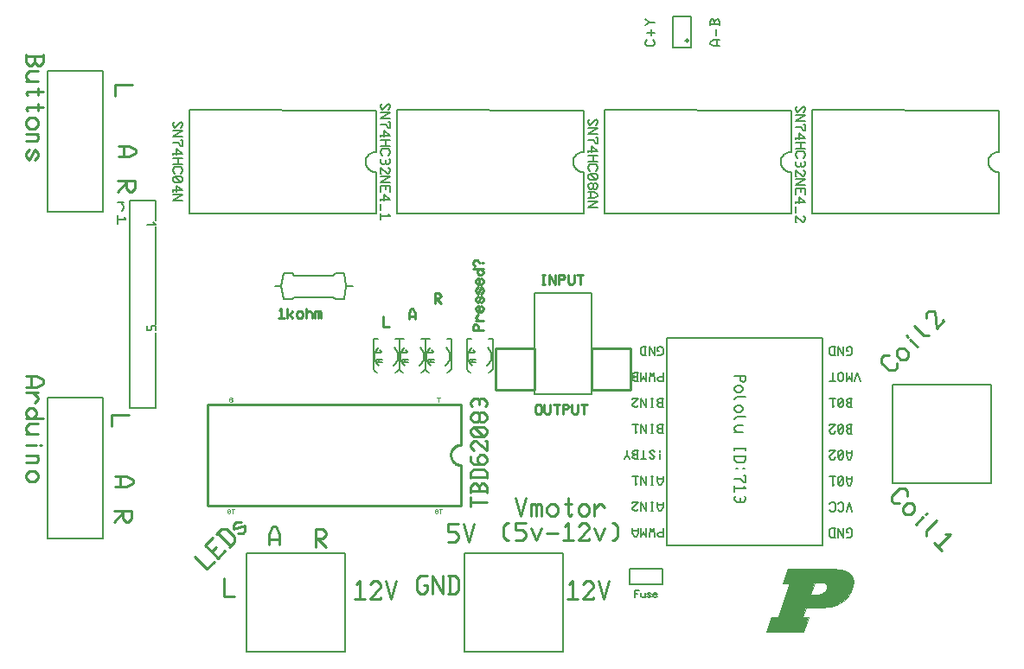
<source format=gto>
G04 Generated by Ultiboard 12.0 *
%FSLAX25Y25*%
%MOIN*%

%ADD10C,0.00001*%
%ADD11C,0.00612*%
%ADD12C,0.00800*%
%ADD13C,0.01000*%
%ADD14C,0.01057*%
%ADD15C,0.00512*%
%ADD16C,0.00367*%
%ADD17C,0.00944*%
%ADD18C,0.00600*%
%ADD19C,0.00668*%
%ADD20C,0.00967*%
%ADD21C,0.00004*%


G04 ColorRGB FFFF00 for the following layer *
%LNSilkscreen Top*%
%LPD*%
G54D10*
G54D11*
X62457Y209608D02*
X61669Y208824D01*
X61669Y208040D01*
X62457Y207256D01*
X64819Y209608D01*
X65606Y208824D01*
X65606Y208040D01*
X64819Y207256D01*
X61669Y206080D02*
X65606Y206080D01*
X61669Y203729D01*
X65606Y203729D01*
X61669Y201377D02*
X63638Y201377D01*
X64819Y200201D01*
X65606Y200201D01*
X65606Y202553D01*
X64819Y202553D01*
X63244Y196674D02*
X63244Y199025D01*
X65606Y197066D01*
X61669Y197066D01*
X61669Y197458D02*
X61669Y196674D01*
X61669Y195498D02*
X65606Y195498D01*
X61669Y193146D02*
X65606Y193146D01*
X63638Y195498D02*
X63638Y193146D01*
X62457Y189619D02*
X61669Y190402D01*
X61669Y191186D01*
X62457Y191970D01*
X64819Y191970D01*
X65606Y191186D01*
X65606Y190402D01*
X64819Y189619D01*
X64819Y188443D02*
X65606Y187659D01*
X65606Y186875D01*
X64819Y186091D01*
X62457Y186091D01*
X61669Y186875D01*
X61669Y187659D01*
X62457Y188443D01*
X64819Y188443D01*
X64819Y186091D02*
X62457Y188443D01*
X63244Y182563D02*
X63244Y184915D01*
X65606Y182955D01*
X61669Y182955D01*
X61669Y183347D02*
X61669Y182563D01*
X61669Y181388D02*
X65606Y181388D01*
X61669Y179036D01*
X65606Y179036D01*
X142457Y216608D02*
X141669Y215824D01*
X141669Y215040D01*
X142457Y214256D01*
X144819Y216608D01*
X145606Y215824D01*
X145606Y215040D01*
X144819Y214256D01*
X141669Y213080D02*
X145606Y213080D01*
X141669Y210729D01*
X145606Y210729D01*
X141669Y208377D02*
X143638Y208377D01*
X144819Y207201D01*
X145606Y207201D01*
X145606Y209553D01*
X144819Y209553D01*
X143244Y203674D02*
X143244Y206025D01*
X145606Y204066D01*
X141669Y204066D01*
X141669Y204458D02*
X141669Y203674D01*
X141669Y202498D02*
X145606Y202498D01*
X141669Y200146D02*
X145606Y200146D01*
X143638Y202498D02*
X143638Y200146D01*
X142457Y196619D02*
X141669Y197402D01*
X141669Y198186D01*
X142457Y198970D01*
X144819Y198970D01*
X145606Y198186D01*
X145606Y197402D01*
X144819Y196619D01*
X145213Y195051D02*
X145606Y194659D01*
X145606Y193875D01*
X144819Y193091D01*
X144031Y193091D01*
X143638Y193483D01*
X143244Y193091D01*
X142457Y193091D01*
X141669Y193875D01*
X141669Y194659D01*
X142063Y195051D01*
X143638Y194659D02*
X143638Y193483D01*
X144819Y191915D02*
X145606Y191131D01*
X145606Y190347D01*
X144819Y189563D01*
X144425Y189563D01*
X141669Y191915D01*
X141669Y189563D01*
X142063Y189563D01*
X141669Y188388D02*
X145606Y188388D01*
X141669Y186036D01*
X145606Y186036D01*
X141669Y182508D02*
X141669Y184860D01*
X143638Y184860D01*
X145606Y184860D01*
X145606Y182508D01*
X143638Y184860D02*
X143638Y183292D01*
X143244Y178981D02*
X143244Y181332D01*
X145606Y179373D01*
X141669Y179373D01*
X141669Y179765D02*
X141669Y178981D01*
X141669Y177805D02*
X141669Y175453D01*
X144819Y173885D02*
X145606Y173101D01*
X141669Y173101D01*
X141669Y174277D02*
X141669Y171926D01*
X222457Y210608D02*
X221669Y209824D01*
X221669Y209040D01*
X222457Y208256D01*
X224819Y210608D01*
X225606Y209824D01*
X225606Y209040D01*
X224819Y208256D01*
X221669Y207080D02*
X225606Y207080D01*
X221669Y204729D01*
X225606Y204729D01*
X221669Y202377D02*
X223638Y202377D01*
X224819Y201201D01*
X225606Y201201D01*
X225606Y203553D01*
X224819Y203553D01*
X223244Y197674D02*
X223244Y200025D01*
X225606Y198066D01*
X221669Y198066D01*
X221669Y198458D02*
X221669Y197674D01*
X221669Y196498D02*
X225606Y196498D01*
X221669Y194146D02*
X225606Y194146D01*
X223638Y196498D02*
X223638Y194146D01*
X222457Y190619D02*
X221669Y191402D01*
X221669Y192186D01*
X222457Y192970D01*
X224819Y192970D01*
X225606Y192186D01*
X225606Y191402D01*
X224819Y190619D01*
X224819Y189443D02*
X225606Y188659D01*
X225606Y187875D01*
X224819Y187091D01*
X222457Y187091D01*
X221669Y187875D01*
X221669Y188659D01*
X222457Y189443D01*
X224819Y189443D01*
X224819Y187091D02*
X222457Y189443D01*
X221669Y184347D02*
X221669Y185131D01*
X222457Y185915D01*
X223244Y185915D01*
X223638Y185523D01*
X224031Y185915D01*
X224819Y185915D01*
X225606Y185131D01*
X225606Y184347D01*
X224819Y183563D01*
X224031Y183563D01*
X223638Y183955D01*
X223244Y183563D01*
X222457Y183563D01*
X221669Y184347D01*
X223638Y185523D02*
X223638Y183955D01*
X221669Y182388D02*
X224031Y182388D01*
X225606Y181604D01*
X225606Y180820D01*
X224031Y180036D01*
X221669Y180036D01*
X222850Y182388D02*
X222850Y180036D01*
X221669Y178860D02*
X225606Y178860D01*
X221669Y176508D01*
X225606Y176508D01*
X302457Y215608D02*
X301669Y214824D01*
X301669Y214040D01*
X302457Y213256D01*
X304819Y215608D01*
X305606Y214824D01*
X305606Y214040D01*
X304819Y213256D01*
X301669Y212080D02*
X305606Y212080D01*
X301669Y209729D01*
X305606Y209729D01*
X301669Y207377D02*
X303638Y207377D01*
X304819Y206201D01*
X305606Y206201D01*
X305606Y208553D01*
X304819Y208553D01*
X303244Y202674D02*
X303244Y205025D01*
X305606Y203066D01*
X301669Y203066D01*
X301669Y203458D02*
X301669Y202674D01*
X301669Y201498D02*
X305606Y201498D01*
X301669Y199146D02*
X305606Y199146D01*
X303638Y201498D02*
X303638Y199146D01*
X302457Y195619D02*
X301669Y196402D01*
X301669Y197186D01*
X302457Y197970D01*
X304819Y197970D01*
X305606Y197186D01*
X305606Y196402D01*
X304819Y195619D01*
X305213Y194051D02*
X305606Y193659D01*
X305606Y192875D01*
X304819Y192091D01*
X304031Y192091D01*
X303638Y192483D01*
X303244Y192091D01*
X302457Y192091D01*
X301669Y192875D01*
X301669Y193659D01*
X302063Y194051D01*
X303638Y193659D02*
X303638Y192483D01*
X304819Y190915D02*
X305606Y190131D01*
X305606Y189347D01*
X304819Y188563D01*
X304425Y188563D01*
X301669Y190915D01*
X301669Y188563D01*
X302063Y188563D01*
X301669Y187388D02*
X305606Y187388D01*
X301669Y185036D01*
X305606Y185036D01*
X301669Y181508D02*
X301669Y183860D01*
X303638Y183860D01*
X305606Y183860D01*
X305606Y181508D01*
X303638Y183860D02*
X303638Y182292D01*
X303244Y177981D02*
X303244Y180332D01*
X305606Y178373D01*
X301669Y178373D01*
X301669Y178765D02*
X301669Y177981D01*
X301669Y176805D02*
X301669Y174453D01*
X304819Y173277D02*
X305606Y172493D01*
X305606Y171710D01*
X304819Y170926D01*
X304425Y170926D01*
X301669Y173277D01*
X301669Y170926D01*
X302063Y170926D01*
X272575Y238628D02*
X270213Y238628D01*
X268638Y239412D01*
X268638Y240196D01*
X270213Y240980D01*
X272575Y240980D01*
X271394Y238628D02*
X271394Y240980D01*
X246787Y240980D02*
X247575Y240196D01*
X247575Y239412D01*
X246787Y238628D01*
X244425Y238628D01*
X243638Y239412D01*
X243638Y240196D01*
X244425Y240980D01*
X271000Y242628D02*
X271000Y244980D01*
X246000Y242628D02*
X246000Y244980D01*
X244425Y243804D02*
X247575Y243804D01*
X272575Y246628D02*
X272575Y248196D01*
X271787Y248980D01*
X271394Y248980D01*
X270606Y248196D01*
X269819Y248980D01*
X269425Y248980D01*
X268638Y248196D01*
X268638Y247020D01*
X268638Y246628D01*
X270606Y247020D02*
X270606Y248196D01*
X268638Y247020D02*
X272575Y247020D01*
X243638Y246628D02*
X245606Y247804D01*
X243638Y248980D01*
X245606Y247804D02*
X247575Y247804D01*
G54D12*
X139961Y197937D02*
X139617Y197922D01*
X139277Y197877D01*
X138942Y197803D01*
X138614Y197700D01*
X138297Y197568D01*
X137992Y197410D01*
X137702Y197225D01*
X137430Y197016D01*
X137177Y196784D01*
X136945Y196531D01*
X136736Y196258D01*
X136551Y195969D01*
X136392Y195664D01*
X136261Y195347D01*
X136158Y195019D01*
X136083Y194684D01*
X136039Y194343D01*
X136024Y194000D01*
X136039Y193657D01*
X136083Y193316D01*
X136158Y192981D01*
X136261Y192653D01*
X136392Y192336D01*
X136551Y192031D01*
X136736Y191742D01*
X136945Y191469D01*
X137177Y191216D01*
X137430Y190984D01*
X137702Y190775D01*
X137992Y190590D01*
X138297Y190432D01*
X138614Y190300D01*
X138942Y190197D01*
X139277Y190123D01*
X139617Y190078D01*
X139961Y190063D01*
X139961Y190063D01*
X139961Y174118D02*
X139961Y190063D01*
X139961Y197937D02*
X139961Y213882D01*
X68000Y213764D02*
X68000Y174000D01*
X139961Y213882D02*
X68000Y214000D01*
X68000Y174000D02*
X139961Y174118D01*
X219961Y197937D02*
X219617Y197922D01*
X219277Y197877D01*
X218942Y197803D01*
X218614Y197700D01*
X218297Y197568D01*
X217992Y197410D01*
X217702Y197225D01*
X217430Y197016D01*
X217177Y196784D01*
X216945Y196531D01*
X216736Y196258D01*
X216551Y195969D01*
X216392Y195664D01*
X216261Y195347D01*
X216158Y195019D01*
X216083Y194684D01*
X216039Y194343D01*
X216024Y194000D01*
X216039Y193657D01*
X216083Y193316D01*
X216158Y192981D01*
X216261Y192653D01*
X216392Y192336D01*
X216551Y192031D01*
X216736Y191742D01*
X216945Y191469D01*
X217177Y191216D01*
X217430Y190984D01*
X217702Y190775D01*
X217992Y190590D01*
X218297Y190432D01*
X218614Y190300D01*
X218942Y190197D01*
X219277Y190123D01*
X219617Y190078D01*
X219961Y190063D01*
X219961Y190063D01*
X219961Y174118D02*
X219961Y190063D01*
X219961Y197937D02*
X219961Y213882D01*
X148000Y213764D02*
X148000Y174000D01*
X219961Y213882D02*
X148000Y214000D01*
X148000Y174000D02*
X219961Y174118D01*
X299961Y197937D02*
X299617Y197922D01*
X299277Y197877D01*
X298942Y197803D01*
X298614Y197700D01*
X298297Y197568D01*
X297992Y197410D01*
X297702Y197225D01*
X297430Y197016D01*
X297177Y196784D01*
X296945Y196531D01*
X296736Y196258D01*
X296551Y195969D01*
X296392Y195664D01*
X296261Y195347D01*
X296158Y195019D01*
X296083Y194684D01*
X296039Y194343D01*
X296024Y194000D01*
X296039Y193657D01*
X296083Y193316D01*
X296158Y192981D01*
X296261Y192653D01*
X296392Y192336D01*
X296551Y192031D01*
X296736Y191742D01*
X296945Y191469D01*
X297177Y191216D01*
X297430Y190984D01*
X297702Y190775D01*
X297992Y190590D01*
X298297Y190432D01*
X298614Y190300D01*
X298942Y190197D01*
X299277Y190123D01*
X299617Y190078D01*
X299961Y190063D01*
X299961Y174118D02*
X299961Y190063D01*
X299961Y197937D02*
X299961Y213882D01*
X228000Y213764D02*
X228000Y174000D01*
X299961Y213882D02*
X228000Y214000D01*
X228000Y174000D02*
X299961Y174118D01*
X379961Y197937D02*
X379617Y197922D01*
X379277Y197877D01*
X378942Y197803D01*
X378614Y197700D01*
X378297Y197568D01*
X377992Y197410D01*
X377702Y197225D01*
X377430Y197016D01*
X377177Y196784D01*
X376945Y196531D01*
X376736Y196258D01*
X376551Y195969D01*
X376392Y195664D01*
X376261Y195347D01*
X376158Y195019D01*
X376083Y194684D01*
X376039Y194343D01*
X376024Y194000D01*
X376039Y193657D01*
X376083Y193316D01*
X376158Y192981D01*
X376261Y192653D01*
X376392Y192336D01*
X376551Y192031D01*
X376736Y191742D01*
X376945Y191469D01*
X377177Y191216D01*
X377430Y190984D01*
X377702Y190775D01*
X377992Y190590D01*
X378297Y190432D01*
X378614Y190300D01*
X378942Y190197D01*
X379277Y190123D01*
X379617Y190078D01*
X379961Y190063D01*
X379961Y174118D02*
X379961Y190063D01*
X379961Y197937D02*
X379961Y213882D01*
X308000Y213764D02*
X308000Y174000D01*
X379961Y213882D02*
X308000Y214000D01*
X308000Y174000D02*
X379961Y174118D01*
X34630Y48835D02*
X34630Y103165D01*
X13370Y103165D01*
X13370Y48835D01*
X34630Y48835D01*
X34630Y174835D02*
X34630Y229165D01*
X13370Y229165D01*
X13370Y174835D01*
X34630Y174835D01*
X358000Y108000D02*
X358000Y108000D01*
X358000Y108000D01*
X358000Y108000D01*
X358000Y108000D01*
X358000Y108000D01*
X358000Y108000D01*
X358000Y108000D01*
X358000Y108000D01*
X358000Y108000D01*
X358000Y108000D01*
X358000Y108000D01*
X358000Y108000D01*
X358000Y108000D01*
X358000Y108000D01*
X358000Y108000D01*
X358000Y108000D01*
X358000Y108000D01*
X358000Y108000D01*
X358000Y108000D01*
X358000Y108000D01*
X358000Y108000D01*
X358000Y108000D01*
X358000Y108000D01*
X358000Y108000D01*
X358000Y108000D01*
X358000Y108000D01*
X358000Y108000D01*
X358000Y108000D01*
X358000Y108000D01*
X358000Y108000D01*
X358000Y108000D01*
X358000Y108000D01*
X358000Y108000D01*
X358000Y108000D01*
X377000Y108000D02*
X358000Y108000D01*
X339000Y108000D01*
X339000Y70000D02*
X377000Y70000D01*
X377000Y108000D01*
X339000Y108000D02*
X339000Y70000D01*
X139000Y125667D02*
X139000Y114000D01*
X141054Y122511D02*
X140759Y122241D01*
X140489Y121946D01*
X140246Y121629D01*
X140031Y121292D01*
X139846Y120937D01*
X139693Y120568D01*
X139573Y120186D01*
X139486Y119796D01*
X139434Y119399D01*
X139417Y119000D01*
X139434Y118601D01*
X139486Y118204D01*
X139573Y117814D01*
X139693Y117432D01*
X139846Y117063D01*
X140031Y116708D01*
X140246Y116371D01*
X140489Y116054D01*
X140759Y115759D01*
X140993Y115541D01*
X138991Y113991D02*
X139447Y113574D01*
X139937Y113198D01*
X140458Y112866D01*
X139000Y125667D02*
X140667Y125667D01*
X149000Y125667D02*
X149000Y114000D01*
X146884Y115438D02*
X147184Y115703D01*
X147459Y115993D01*
X147708Y116306D01*
X147929Y116639D01*
X148119Y116991D01*
X148279Y117357D01*
X148406Y117737D01*
X148499Y118125D01*
X148558Y118521D01*
X148583Y118920D01*
X148572Y119320D01*
X148527Y119717D01*
X148447Y120109D01*
X148334Y120492D01*
X148187Y120864D01*
X148009Y121222D01*
X147800Y121563D01*
X147562Y121884D01*
X147297Y122184D01*
X147007Y122459D01*
X146946Y122511D01*
X141167Y116667D02*
X141167Y117833D01*
X140500Y117833D02*
X140449Y117831D01*
X140399Y117824D01*
X140349Y117813D01*
X140300Y117798D01*
X140253Y117779D01*
X140208Y117755D01*
X140165Y117728D01*
X140125Y117697D01*
X140088Y117662D01*
X140053Y117625D01*
X140022Y117585D01*
X139995Y117542D01*
X139971Y117497D01*
X139952Y117450D01*
X139937Y117401D01*
X139926Y117351D01*
X139919Y117301D01*
X139917Y117250D01*
X139919Y117199D01*
X139926Y117149D01*
X139937Y117099D01*
X139952Y117050D01*
X139971Y117003D01*
X139995Y116958D01*
X140022Y116915D01*
X140053Y116875D01*
X140088Y116838D01*
X140125Y116803D01*
X140165Y116772D01*
X140208Y116745D01*
X140253Y116721D01*
X140300Y116702D01*
X140349Y116687D01*
X140399Y116676D01*
X140449Y116669D01*
X140500Y116667D01*
X147434Y112805D02*
X147961Y113128D01*
X148458Y113495D01*
X148920Y113905D01*
X149009Y113991D01*
X142333Y116667D02*
X140500Y116667D01*
X142333Y117833D02*
X140500Y117833D01*
X147333Y125667D02*
X149000Y125667D01*
X141500Y120500D02*
X140500Y120500D01*
X140500Y121500D02*
X140456Y121498D01*
X140413Y121492D01*
X140371Y121483D01*
X140329Y121470D01*
X140289Y121453D01*
X140250Y121433D01*
X140213Y121410D01*
X140179Y121383D01*
X140146Y121354D01*
X140117Y121321D01*
X140090Y121287D01*
X140067Y121250D01*
X140047Y121211D01*
X140030Y121171D01*
X140017Y121129D01*
X140008Y121087D01*
X140002Y121044D01*
X140000Y121000D01*
X140002Y120956D01*
X140008Y120913D01*
X140017Y120871D01*
X140030Y120829D01*
X140047Y120789D01*
X140067Y120750D01*
X140090Y120713D01*
X140117Y120679D01*
X140146Y120646D01*
X140179Y120617D01*
X140213Y120590D01*
X140250Y120567D01*
X140289Y120547D01*
X140329Y120530D01*
X140371Y120517D01*
X140413Y120508D01*
X140456Y120502D01*
X140500Y120500D01*
X141500Y120500D02*
X141544Y120502D01*
X141587Y120508D01*
X141629Y120517D01*
X141671Y120530D01*
X141711Y120547D01*
X141750Y120567D01*
X141787Y120590D01*
X141821Y120617D01*
X141854Y120646D01*
X141883Y120679D01*
X141910Y120713D01*
X141933Y120750D01*
X141953Y120789D01*
X141970Y120829D01*
X141983Y120871D01*
X141992Y120913D01*
X141998Y120956D01*
X142000Y121000D01*
X141998Y121044D01*
X141992Y121087D01*
X141983Y121129D01*
X141970Y121171D01*
X141953Y121211D01*
X141933Y121250D01*
X141910Y121287D01*
X141883Y121321D01*
X141854Y121354D01*
X141821Y121383D01*
X141787Y121410D01*
X141750Y121433D01*
X141711Y121453D01*
X141671Y121470D01*
X141629Y121483D01*
X141587Y121492D01*
X141544Y121498D01*
X141500Y121500D01*
X149000Y125667D02*
X149000Y114000D01*
X151054Y122511D02*
X150759Y122241D01*
X150489Y121946D01*
X150246Y121629D01*
X150031Y121292D01*
X149846Y120937D01*
X149693Y120568D01*
X149573Y120186D01*
X149486Y119796D01*
X149434Y119399D01*
X149417Y119000D01*
X149434Y118601D01*
X149486Y118204D01*
X149573Y117814D01*
X149693Y117432D01*
X149846Y117063D01*
X150031Y116708D01*
X150246Y116371D01*
X150489Y116054D01*
X150759Y115759D01*
X150993Y115541D01*
X148991Y113991D02*
X149447Y113574D01*
X149937Y113198D01*
X150458Y112866D01*
X149000Y125667D02*
X150667Y125667D01*
X159000Y125667D02*
X159000Y114000D01*
X156884Y115438D02*
X157184Y115703D01*
X157459Y115993D01*
X157708Y116306D01*
X157929Y116639D01*
X158119Y116991D01*
X158279Y117357D01*
X158406Y117737D01*
X158499Y118125D01*
X158558Y118521D01*
X158583Y118920D01*
X158572Y119320D01*
X158527Y119717D01*
X158447Y120109D01*
X158334Y120492D01*
X158187Y120864D01*
X158009Y121222D01*
X157800Y121563D01*
X157562Y121884D01*
X157297Y122184D01*
X157007Y122459D01*
X156946Y122511D01*
X151167Y116667D02*
X151167Y117833D01*
X150500Y117833D02*
X150449Y117831D01*
X150399Y117824D01*
X150349Y117813D01*
X150300Y117798D01*
X150253Y117779D01*
X150208Y117755D01*
X150165Y117728D01*
X150125Y117697D01*
X150088Y117662D01*
X150053Y117625D01*
X150022Y117585D01*
X149995Y117542D01*
X149971Y117497D01*
X149952Y117450D01*
X149937Y117401D01*
X149926Y117351D01*
X149919Y117301D01*
X149917Y117250D01*
X149919Y117199D01*
X149926Y117149D01*
X149937Y117099D01*
X149952Y117050D01*
X149971Y117003D01*
X149995Y116958D01*
X150022Y116915D01*
X150053Y116875D01*
X150088Y116838D01*
X150125Y116803D01*
X150165Y116772D01*
X150208Y116745D01*
X150253Y116721D01*
X150300Y116702D01*
X150349Y116687D01*
X150399Y116676D01*
X150449Y116669D01*
X150500Y116667D01*
X157434Y112805D02*
X157961Y113128D01*
X158458Y113495D01*
X158920Y113905D01*
X159009Y113991D01*
X152333Y116667D02*
X150500Y116667D01*
X152333Y117833D02*
X150500Y117833D01*
X157333Y125667D02*
X159000Y125667D01*
X151500Y120500D02*
X150500Y120500D01*
X150500Y121500D02*
X150456Y121498D01*
X150413Y121492D01*
X150371Y121483D01*
X150329Y121470D01*
X150289Y121453D01*
X150250Y121433D01*
X150213Y121410D01*
X150179Y121383D01*
X150146Y121354D01*
X150117Y121321D01*
X150090Y121287D01*
X150067Y121250D01*
X150047Y121211D01*
X150030Y121171D01*
X150017Y121129D01*
X150008Y121087D01*
X150002Y121044D01*
X150000Y121000D01*
X150002Y120956D01*
X150008Y120913D01*
X150017Y120871D01*
X150030Y120829D01*
X150047Y120789D01*
X150067Y120750D01*
X150090Y120713D01*
X150117Y120679D01*
X150146Y120646D01*
X150179Y120617D01*
X150213Y120590D01*
X150250Y120567D01*
X150289Y120547D01*
X150329Y120530D01*
X150371Y120517D01*
X150413Y120508D01*
X150456Y120502D01*
X150500Y120500D01*
X151500Y120500D02*
X151544Y120502D01*
X151587Y120508D01*
X151629Y120517D01*
X151671Y120530D01*
X151711Y120547D01*
X151750Y120567D01*
X151787Y120590D01*
X151821Y120617D01*
X151854Y120646D01*
X151883Y120679D01*
X151910Y120713D01*
X151933Y120750D01*
X151953Y120789D01*
X151970Y120829D01*
X151983Y120871D01*
X151992Y120913D01*
X151998Y120956D01*
X152000Y121000D01*
X151998Y121044D01*
X151992Y121087D01*
X151983Y121129D01*
X151970Y121171D01*
X151953Y121211D01*
X151933Y121250D01*
X151910Y121287D01*
X151883Y121321D01*
X151854Y121354D01*
X151821Y121383D01*
X151787Y121410D01*
X151750Y121433D01*
X151711Y121453D01*
X151671Y121470D01*
X151629Y121483D01*
X151587Y121492D01*
X151544Y121498D01*
X151500Y121500D01*
X159000Y125667D02*
X159000Y114000D01*
X161054Y122511D02*
X160759Y122241D01*
X160489Y121946D01*
X160246Y121629D01*
X160031Y121292D01*
X159846Y120937D01*
X159693Y120568D01*
X159573Y120186D01*
X159486Y119796D01*
X159434Y119399D01*
X159417Y119000D01*
X159434Y118601D01*
X159486Y118204D01*
X159573Y117814D01*
X159693Y117432D01*
X159846Y117063D01*
X160031Y116708D01*
X160246Y116371D01*
X160489Y116054D01*
X160759Y115759D01*
X160993Y115541D01*
X158991Y113991D02*
X159447Y113574D01*
X159937Y113198D01*
X160458Y112866D01*
X159000Y125667D02*
X160667Y125667D01*
X169000Y125667D02*
X169000Y114000D01*
X166884Y115438D02*
X167184Y115703D01*
X167459Y115993D01*
X167708Y116306D01*
X167929Y116639D01*
X168119Y116991D01*
X168279Y117357D01*
X168406Y117737D01*
X168499Y118125D01*
X168558Y118521D01*
X168583Y118920D01*
X168572Y119320D01*
X168527Y119717D01*
X168447Y120109D01*
X168334Y120492D01*
X168187Y120864D01*
X168009Y121222D01*
X167800Y121563D01*
X167562Y121884D01*
X167297Y122184D01*
X167007Y122459D01*
X166946Y122511D01*
X161167Y116667D02*
X161167Y117833D01*
X160500Y117833D02*
X160449Y117831D01*
X160399Y117824D01*
X160349Y117813D01*
X160300Y117798D01*
X160253Y117779D01*
X160208Y117755D01*
X160165Y117728D01*
X160125Y117697D01*
X160088Y117662D01*
X160053Y117625D01*
X160022Y117585D01*
X159995Y117542D01*
X159971Y117497D01*
X159952Y117450D01*
X159937Y117401D01*
X159926Y117351D01*
X159919Y117301D01*
X159917Y117250D01*
X159919Y117199D01*
X159926Y117149D01*
X159937Y117099D01*
X159952Y117050D01*
X159971Y117003D01*
X159995Y116958D01*
X160022Y116915D01*
X160053Y116875D01*
X160088Y116838D01*
X160125Y116803D01*
X160165Y116772D01*
X160208Y116745D01*
X160253Y116721D01*
X160300Y116702D01*
X160349Y116687D01*
X160399Y116676D01*
X160449Y116669D01*
X160500Y116667D01*
X167434Y112805D02*
X167961Y113128D01*
X168458Y113495D01*
X168920Y113905D01*
X169009Y113991D01*
X162333Y116667D02*
X160500Y116667D01*
X162333Y117833D02*
X160500Y117833D01*
X167333Y125667D02*
X169000Y125667D01*
X161500Y120500D02*
X160500Y120500D01*
X160500Y121500D02*
X160456Y121498D01*
X160413Y121492D01*
X160371Y121483D01*
X160329Y121470D01*
X160289Y121453D01*
X160250Y121433D01*
X160213Y121410D01*
X160179Y121383D01*
X160146Y121354D01*
X160117Y121321D01*
X160090Y121287D01*
X160067Y121250D01*
X160047Y121211D01*
X160030Y121171D01*
X160017Y121129D01*
X160008Y121087D01*
X160002Y121044D01*
X160000Y121000D01*
X160002Y120956D01*
X160008Y120913D01*
X160017Y120871D01*
X160030Y120829D01*
X160047Y120789D01*
X160067Y120750D01*
X160090Y120713D01*
X160117Y120679D01*
X160146Y120646D01*
X160179Y120617D01*
X160213Y120590D01*
X160250Y120567D01*
X160289Y120547D01*
X160329Y120530D01*
X160371Y120517D01*
X160413Y120508D01*
X160456Y120502D01*
X160500Y120500D01*
X161500Y120500D02*
X161544Y120502D01*
X161587Y120508D01*
X161629Y120517D01*
X161671Y120530D01*
X161711Y120547D01*
X161750Y120567D01*
X161787Y120590D01*
X161821Y120617D01*
X161854Y120646D01*
X161883Y120679D01*
X161910Y120713D01*
X161933Y120750D01*
X161953Y120789D01*
X161970Y120829D01*
X161983Y120871D01*
X161992Y120913D01*
X161998Y120956D01*
X162000Y121000D01*
X161998Y121044D01*
X161992Y121087D01*
X161983Y121129D01*
X161970Y121171D01*
X161953Y121211D01*
X161933Y121250D01*
X161910Y121287D01*
X161883Y121321D01*
X161854Y121354D01*
X161821Y121383D01*
X161787Y121410D01*
X161750Y121433D01*
X161711Y121453D01*
X161671Y121470D01*
X161629Y121483D01*
X161587Y121492D01*
X161544Y121498D01*
X161500Y121500D01*
X128000Y24000D02*
X128000Y24000D01*
X128000Y24000D01*
X128000Y24000D01*
X128000Y24000D01*
X128000Y24000D01*
X128000Y24000D01*
X128000Y24000D01*
X128000Y24000D01*
X128000Y24000D01*
X128000Y24000D01*
X128000Y24000D01*
X128000Y24000D01*
X128000Y24000D01*
X128000Y24000D01*
X128000Y24000D01*
X128000Y24000D01*
X128000Y24000D01*
X128000Y24000D01*
X128000Y24000D01*
X128000Y24000D01*
X128000Y24000D01*
X128000Y24000D01*
X128000Y24000D01*
X128000Y24000D01*
X128000Y24000D01*
X128000Y24000D01*
X128000Y24000D01*
X128000Y24000D01*
X128000Y24000D01*
X128000Y24000D01*
X128000Y24000D01*
X128000Y24000D01*
X128000Y24000D01*
X128000Y24000D01*
X128000Y5000D02*
X128000Y24000D01*
X128000Y43000D01*
X90000Y43000D02*
X90000Y5000D01*
X128000Y5000D01*
X128000Y43000D02*
X90000Y43000D01*
X212000Y24000D02*
X212000Y24000D01*
X212000Y24000D01*
X212000Y24000D01*
X212000Y24000D01*
X212000Y24000D01*
X212000Y24000D01*
X212000Y24000D01*
X212000Y24000D01*
X212000Y24000D01*
X212000Y24000D01*
X212000Y24000D01*
X212000Y24000D01*
X212000Y24000D01*
X212000Y24000D01*
X212000Y24000D01*
X212000Y24000D01*
X212000Y24000D01*
X212000Y24000D01*
X212000Y24000D01*
X212000Y24000D01*
X212000Y24000D01*
X212000Y24000D01*
X212000Y24000D01*
X212000Y24000D01*
X212000Y24000D01*
X212000Y24000D01*
X212000Y24000D01*
X212000Y24000D01*
X212000Y24000D01*
X212000Y24000D01*
X212000Y24000D01*
X212000Y24000D01*
X212000Y24000D01*
X212000Y24000D01*
X212000Y5000D02*
X212000Y24000D01*
X212000Y43000D01*
X174000Y43000D02*
X174000Y5000D01*
X212000Y5000D01*
X212000Y43000D02*
X174000Y43000D01*
X41769Y178503D02*
X42662Y176837D01*
X42662Y176281D01*
X42066Y175170D01*
X40578Y178503D02*
X42662Y178503D01*
X42959Y172948D02*
X43554Y171837D01*
X40578Y171837D01*
X40578Y173503D02*
X40578Y170170D01*
X45000Y99000D02*
X45000Y179000D01*
X55000Y99000D02*
X55000Y128167D01*
X55000Y169833D02*
X51667Y169833D01*
X54167Y170667D02*
X55000Y169833D01*
X55000Y179000D02*
X55000Y171500D01*
X45000Y179000D02*
X55000Y179000D01*
X55000Y169000D02*
X55000Y131500D01*
X55000Y130667D02*
X55000Y129000D01*
X53333Y130667D02*
X53333Y129833D01*
X51667Y129833D02*
X51670Y129761D01*
X51679Y129689D01*
X51695Y129618D01*
X51717Y129548D01*
X51745Y129481D01*
X51778Y129417D01*
X51817Y129355D01*
X51862Y129298D01*
X51911Y129244D01*
X51964Y129195D01*
X52022Y129151D01*
X52083Y129112D01*
X52148Y129078D01*
X52215Y129050D01*
X52284Y129029D01*
X52355Y129013D01*
X52427Y129003D01*
X52500Y129000D01*
X52573Y129003D01*
X52645Y129013D01*
X52716Y129029D01*
X52785Y129050D01*
X52852Y129078D01*
X52917Y129112D01*
X52978Y129151D01*
X53036Y129195D01*
X53089Y129244D01*
X53138Y129298D01*
X53183Y129355D01*
X53222Y129417D01*
X53255Y129481D01*
X53283Y129548D01*
X53305Y129618D01*
X53321Y129689D01*
X53330Y129761D01*
X53333Y129833D01*
X51667Y130667D02*
X51667Y129833D01*
X53333Y130667D02*
X55000Y130667D01*
X55000Y99000D02*
X45000Y99000D01*
X237701Y31047D02*
X250299Y31047D01*
X250299Y36953D01*
X237701Y36953D01*
X237701Y31047D01*
X261445Y237996D02*
X261445Y250004D01*
X254555Y250004D01*
X254555Y237996D01*
X259188Y240728D02*
G75*
D01*
G02X259188Y240728I689J0*
G01*
X254555Y237996D02*
X261445Y237996D01*
X175000Y125667D02*
X175000Y114000D01*
X177054Y122511D02*
X176759Y122241D01*
X176489Y121946D01*
X176246Y121629D01*
X176031Y121292D01*
X175846Y120937D01*
X175693Y120568D01*
X175573Y120186D01*
X175486Y119796D01*
X175434Y119399D01*
X175417Y119000D01*
X175434Y118601D01*
X175486Y118204D01*
X175573Y117814D01*
X175693Y117432D01*
X175846Y117063D01*
X176031Y116708D01*
X176246Y116371D01*
X176489Y116054D01*
X176759Y115759D01*
X176993Y115541D01*
X174991Y113991D02*
X175447Y113574D01*
X175937Y113198D01*
X176458Y112866D01*
X175000Y125667D02*
X176667Y125667D01*
X185000Y125667D02*
X185000Y114000D01*
X182884Y115438D02*
X183184Y115703D01*
X183459Y115993D01*
X183708Y116306D01*
X183929Y116639D01*
X184119Y116991D01*
X184279Y117357D01*
X184406Y117737D01*
X184499Y118125D01*
X184558Y118521D01*
X184583Y118920D01*
X184572Y119320D01*
X184527Y119717D01*
X184447Y120109D01*
X184334Y120492D01*
X184187Y120864D01*
X184009Y121222D01*
X183800Y121563D01*
X183562Y121884D01*
X183297Y122184D01*
X183007Y122459D01*
X182946Y122511D01*
X177167Y116667D02*
X177167Y117833D01*
X176500Y117833D02*
X176449Y117831D01*
X176399Y117824D01*
X176349Y117813D01*
X176300Y117798D01*
X176253Y117779D01*
X176208Y117755D01*
X176165Y117728D01*
X176125Y117697D01*
X176088Y117662D01*
X176053Y117625D01*
X176022Y117585D01*
X175995Y117542D01*
X175971Y117497D01*
X175952Y117450D01*
X175937Y117401D01*
X175926Y117351D01*
X175919Y117301D01*
X175917Y117250D01*
X175919Y117199D01*
X175926Y117149D01*
X175937Y117099D01*
X175952Y117050D01*
X175971Y117003D01*
X175995Y116958D01*
X176022Y116915D01*
X176053Y116875D01*
X176088Y116838D01*
X176125Y116803D01*
X176165Y116772D01*
X176208Y116745D01*
X176253Y116721D01*
X176300Y116702D01*
X176349Y116687D01*
X176399Y116676D01*
X176449Y116669D01*
X176500Y116667D01*
X183434Y112805D02*
X183961Y113128D01*
X184458Y113495D01*
X184920Y113905D01*
X185009Y113991D01*
X178333Y116667D02*
X176500Y116667D01*
X178333Y117833D02*
X176500Y117833D01*
X183333Y125667D02*
X185000Y125667D01*
X177500Y120500D02*
X176500Y120500D01*
X176500Y121500D02*
X176456Y121498D01*
X176413Y121492D01*
X176371Y121483D01*
X176329Y121470D01*
X176289Y121453D01*
X176250Y121433D01*
X176213Y121410D01*
X176179Y121383D01*
X176146Y121354D01*
X176117Y121321D01*
X176090Y121287D01*
X176067Y121250D01*
X176047Y121211D01*
X176030Y121171D01*
X176017Y121129D01*
X176008Y121087D01*
X176002Y121044D01*
X176000Y121000D01*
X176002Y120956D01*
X176008Y120913D01*
X176017Y120871D01*
X176030Y120829D01*
X176047Y120789D01*
X176067Y120750D01*
X176090Y120713D01*
X176117Y120679D01*
X176146Y120646D01*
X176179Y120617D01*
X176213Y120590D01*
X176250Y120567D01*
X176289Y120547D01*
X176329Y120530D01*
X176371Y120517D01*
X176413Y120508D01*
X176456Y120502D01*
X176500Y120500D01*
X177500Y120500D02*
X177544Y120502D01*
X177587Y120508D01*
X177629Y120517D01*
X177671Y120530D01*
X177711Y120547D01*
X177750Y120567D01*
X177787Y120590D01*
X177821Y120617D01*
X177854Y120646D01*
X177883Y120679D01*
X177910Y120713D01*
X177933Y120750D01*
X177953Y120789D01*
X177970Y120829D01*
X177983Y120871D01*
X177992Y120913D01*
X177998Y120956D01*
X178000Y121000D01*
X177998Y121044D01*
X177992Y121087D01*
X177983Y121129D01*
X177970Y121171D01*
X177953Y121211D01*
X177933Y121250D01*
X177910Y121287D01*
X177883Y121321D01*
X177854Y121354D01*
X177821Y121383D01*
X177787Y121410D01*
X177750Y121433D01*
X177711Y121453D01*
X177671Y121470D01*
X177629Y121483D01*
X177587Y121492D01*
X177544Y121498D01*
X177500Y121500D01*
X252000Y126000D02*
X252000Y46000D01*
X312000Y46000D01*
X312000Y126000D01*
X252000Y126000D01*
X123500Y141833D02*
X108500Y141833D01*
X123500Y150167D02*
X108500Y150167D01*
X103500Y146000D02*
X104333Y141000D01*
X107667Y141000D02*
X108500Y141833D01*
X104333Y141000D02*
X107667Y141000D01*
X101000Y146000D02*
X103500Y146000D01*
X104333Y151000D01*
X107667Y151000D01*
X108500Y150167D01*
X128500Y146000D02*
X131000Y146000D01*
X128500Y146000D02*
X127667Y141000D01*
X124333Y141000D02*
X123500Y141833D01*
X127667Y141000D02*
X124333Y141000D01*
X128500Y146000D02*
X127667Y151000D01*
X124333Y151000D02*
X123500Y150167D01*
X127667Y151000D02*
X124333Y151000D01*
X223000Y104500D02*
X223000Y143500D01*
X201000Y143500D01*
X201000Y104500D01*
X223000Y104500D01*
G54D13*
X142628Y134362D02*
X142628Y130425D01*
X144980Y130425D01*
X152628Y133425D02*
X152628Y135787D01*
X153412Y137362D01*
X154196Y137362D01*
X154980Y135787D01*
X154980Y133425D01*
X152628Y134606D02*
X154980Y134606D01*
X162628Y139425D02*
X162628Y143362D01*
X164196Y143362D01*
X164980Y142575D01*
X164980Y142181D01*
X164196Y141394D01*
X162628Y141394D01*
X163020Y141394D02*
X164980Y139425D01*
X172813Y61438D02*
X75188Y61438D01*
X75188Y100563D02*
X172750Y100563D01*
X172813Y61438D02*
X172813Y77063D01*
X172813Y100563D02*
X172813Y84938D01*
X172750Y100563D02*
X172813Y100563D01*
X172819Y84937D02*
X172476Y84922D01*
X172135Y84877D01*
X171800Y84803D01*
X171472Y84700D01*
X171155Y84568D01*
X170850Y84410D01*
X170561Y84225D01*
X170288Y84016D01*
X170035Y83784D01*
X169803Y83531D01*
X169594Y83258D01*
X169409Y82969D01*
X169251Y82664D01*
X169119Y82347D01*
X169016Y82019D01*
X168942Y81684D01*
X168897Y81343D01*
X168882Y81000D01*
X168897Y80657D01*
X168942Y80316D01*
X169016Y79981D01*
X169119Y79653D01*
X169251Y79336D01*
X169409Y79031D01*
X169594Y78742D01*
X169803Y78469D01*
X170035Y78216D01*
X170288Y77984D01*
X170561Y77775D01*
X170850Y77590D01*
X171155Y77432D01*
X171472Y77300D01*
X171800Y77197D01*
X172135Y77123D01*
X172476Y77078D01*
X172819Y77063D01*
X172819Y77063D01*
X75188Y61438D02*
X75188Y100563D01*
X181331Y129171D02*
X177394Y129171D01*
X177394Y130739D01*
X178181Y131523D01*
X178575Y131523D01*
X179362Y130739D01*
X179362Y129171D01*
X179756Y132699D02*
X178575Y133875D01*
X178575Y134267D01*
X179362Y135051D01*
X181331Y132699D02*
X178575Y132699D01*
X180543Y138578D02*
X181331Y137794D01*
X181331Y137010D01*
X180543Y136227D01*
X179362Y136227D01*
X178575Y137010D01*
X178575Y137794D01*
X179362Y138578D01*
X179756Y138186D01*
X179756Y136227D01*
X180543Y139754D02*
X181331Y140538D01*
X181331Y141322D01*
X180543Y142106D01*
X179362Y139754D01*
X178575Y140538D01*
X178575Y141322D01*
X179362Y142106D01*
X180543Y143282D02*
X181331Y144066D01*
X181331Y144850D01*
X180543Y145633D01*
X179362Y143282D01*
X178575Y144066D01*
X178575Y144850D01*
X179362Y145633D01*
X180543Y149161D02*
X181331Y148377D01*
X181331Y147593D01*
X180543Y146809D01*
X179362Y146809D01*
X178575Y147593D01*
X178575Y148377D01*
X179362Y149161D01*
X179756Y148769D01*
X179756Y146809D01*
X180543Y152689D02*
X181331Y151905D01*
X181331Y151121D01*
X180543Y150337D01*
X179756Y150337D01*
X178969Y151121D01*
X178969Y151905D01*
X179756Y152689D01*
X177394Y152689D02*
X181331Y152689D01*
X178181Y153864D02*
X177394Y154648D01*
X177394Y155432D01*
X178181Y156216D01*
X178969Y156216D01*
X179362Y155824D01*
X179756Y155040D01*
X180150Y155040D01*
X181331Y155040D02*
X180937Y155040D01*
X201392Y97457D02*
X202176Y96669D01*
X202960Y96669D01*
X203744Y97457D01*
X203744Y99819D01*
X202960Y100606D01*
X202176Y100606D01*
X201392Y99819D01*
X201392Y97457D01*
X204920Y100606D02*
X204920Y97457D01*
X205703Y96669D01*
X206487Y96669D01*
X207271Y97457D01*
X207271Y100606D01*
X209623Y96669D02*
X209623Y100606D01*
X208447Y100606D02*
X210799Y100606D01*
X211975Y96669D02*
X211975Y100606D01*
X213542Y100606D01*
X214326Y99819D01*
X214326Y99425D01*
X213542Y98638D01*
X211975Y98638D01*
X215502Y100606D02*
X215502Y97457D01*
X216286Y96669D01*
X217070Y96669D01*
X217854Y97457D01*
X217854Y100606D01*
X220206Y96669D02*
X220206Y100606D01*
X219030Y100606D02*
X221381Y100606D01*
X204176Y146669D02*
X204960Y146669D01*
X204176Y150606D02*
X204960Y150606D01*
X204568Y146669D02*
X204568Y150606D01*
X206920Y146669D02*
X206920Y150606D01*
X209271Y146669D01*
X209271Y150606D01*
X210447Y146669D02*
X210447Y150606D01*
X212015Y150606D01*
X212799Y149819D01*
X212799Y149425D01*
X212015Y148638D01*
X210447Y148638D01*
X213975Y150606D02*
X213975Y147457D01*
X214759Y146669D01*
X215542Y146669D01*
X216326Y147457D01*
X216326Y150606D01*
X218678Y146669D02*
X218678Y150606D01*
X217502Y150606D02*
X219854Y150606D01*
X186000Y106000D02*
X201000Y106000D01*
X201000Y122000D01*
X186000Y122000D01*
X186000Y106000D01*
X223000Y106000D02*
X238000Y106000D01*
X238000Y122000D01*
X223000Y122000D01*
X223000Y106000D01*
G54D14*
X81396Y33321D02*
X81396Y26526D01*
X85455Y26526D01*
X116676Y45526D02*
X116676Y52321D01*
X119382Y52321D01*
X120735Y50962D01*
X120735Y50282D01*
X119382Y48924D01*
X116676Y48924D01*
X117353Y48924D02*
X120735Y45526D01*
X98676Y46526D02*
X98676Y50603D01*
X100029Y53321D01*
X101382Y53321D01*
X102735Y50603D01*
X102735Y46526D01*
X98676Y48565D02*
X102735Y48565D01*
X132353Y30962D02*
X133705Y32321D01*
X133705Y25526D01*
X131676Y25526D02*
X135735Y25526D01*
X137764Y30962D02*
X139116Y32321D01*
X140469Y32321D01*
X141822Y30962D01*
X141822Y30282D01*
X137764Y25526D01*
X141822Y25526D01*
X141822Y26206D01*
X143851Y32321D02*
X145880Y25526D01*
X147909Y32321D01*
X44832Y96324D02*
X38038Y96324D01*
X38038Y92265D01*
X39555Y72727D02*
X43632Y72727D01*
X46349Y71375D01*
X46349Y70022D01*
X43632Y68669D01*
X39555Y68669D01*
X41593Y72727D02*
X41593Y68669D01*
X39038Y59324D02*
X45832Y59324D01*
X45832Y56618D01*
X44474Y55265D01*
X43794Y55265D01*
X42435Y56618D01*
X42435Y59324D01*
X42435Y58647D02*
X39038Y55265D01*
X5038Y111324D02*
X9115Y111324D01*
X11832Y109971D01*
X11832Y108618D01*
X9115Y107265D01*
X5038Y107265D01*
X7076Y111324D02*
X7076Y107265D01*
X7756Y105236D02*
X9794Y103207D01*
X9794Y102531D01*
X8435Y101178D01*
X5038Y105236D02*
X9794Y105236D01*
X6397Y95091D02*
X5038Y96444D01*
X5038Y97796D01*
X6397Y99149D01*
X7756Y99149D01*
X9115Y97796D01*
X9115Y96444D01*
X7756Y95091D01*
X11832Y95091D02*
X5038Y95091D01*
X9794Y93062D02*
X6397Y93062D01*
X5038Y91709D01*
X5038Y90356D01*
X6397Y89004D01*
X9794Y89004D01*
X6397Y89004D02*
X5038Y89004D01*
X5038Y84945D02*
X9115Y84945D01*
X10474Y84945D02*
X11153Y84945D01*
X5038Y80887D02*
X9115Y80887D01*
X9794Y80887D01*
X9115Y80887D02*
X9794Y80211D01*
X9794Y78858D01*
X9115Y78182D01*
X5038Y78182D01*
X6397Y74800D02*
X5038Y73447D01*
X5038Y72094D01*
X6397Y70742D01*
X8435Y70742D01*
X9794Y72094D01*
X9794Y73447D01*
X8435Y74800D01*
X6397Y74800D01*
X46076Y223629D02*
X39282Y223629D01*
X39282Y219571D01*
X40799Y200033D02*
X44876Y200033D01*
X47593Y198680D01*
X47593Y197327D01*
X44876Y195975D01*
X40799Y195975D01*
X42837Y200033D02*
X42837Y195975D01*
X40282Y186629D02*
X47076Y186629D01*
X47076Y183924D01*
X45718Y182571D01*
X45038Y182571D01*
X43679Y183924D01*
X43679Y186629D01*
X43679Y185953D02*
X40282Y182571D01*
X5038Y235324D02*
X5038Y232618D01*
X6397Y231265D01*
X7076Y231265D01*
X8435Y232618D01*
X9794Y231265D01*
X10474Y231265D01*
X11832Y232618D01*
X11832Y234647D01*
X11832Y235324D01*
X8435Y234647D02*
X8435Y232618D01*
X11832Y234647D02*
X5038Y234647D01*
X9794Y229236D02*
X6397Y229236D01*
X5038Y227884D01*
X5038Y226531D01*
X6397Y225178D01*
X9794Y225178D01*
X6397Y225178D02*
X5038Y225178D01*
X5718Y219767D02*
X5038Y220444D01*
X5718Y221120D01*
X11832Y221120D01*
X9794Y222473D02*
X9794Y219767D01*
X5718Y213680D02*
X5038Y214356D01*
X5718Y215033D01*
X11832Y215033D01*
X9794Y216385D02*
X9794Y213680D01*
X6397Y210974D02*
X5038Y209622D01*
X5038Y208269D01*
X6397Y206916D01*
X8435Y206916D01*
X9794Y208269D01*
X9794Y209622D01*
X8435Y210974D01*
X6397Y210974D01*
X5038Y204887D02*
X9115Y204887D01*
X9794Y204887D01*
X9115Y204887D02*
X9794Y204211D01*
X9794Y202858D01*
X9115Y202182D01*
X5038Y202182D01*
X6397Y198800D02*
X5038Y197447D01*
X5038Y196094D01*
X6397Y194742D01*
X8435Y198800D01*
X9794Y197447D01*
X9794Y196094D01*
X8435Y194742D01*
X158382Y30924D02*
X159735Y30924D01*
X159735Y28885D01*
X158382Y27526D01*
X157029Y27526D01*
X155676Y28885D01*
X155676Y32962D01*
X157029Y34321D01*
X159735Y34321D01*
X161764Y27526D02*
X161764Y34321D01*
X165822Y27526D01*
X165822Y34321D01*
X167851Y27526D02*
X170556Y27526D01*
X171909Y28885D01*
X171909Y32962D01*
X170556Y34321D01*
X167851Y34321D01*
X168527Y34321D02*
X168527Y27526D01*
X214353Y30962D02*
X215705Y32321D01*
X215705Y25526D01*
X213676Y25526D02*
X217735Y25526D01*
X219764Y30962D02*
X221116Y32321D01*
X222469Y32321D01*
X223822Y30962D01*
X223822Y30282D01*
X219764Y25526D01*
X223822Y25526D01*
X223822Y26206D01*
X225851Y32321D02*
X227880Y25526D01*
X229909Y32321D01*
X340672Y116502D02*
X340676Y114585D01*
X339719Y113628D01*
X337802Y113633D01*
X334920Y116515D01*
X334915Y118432D01*
X335872Y119389D01*
X337789Y119385D01*
X342106Y117937D02*
X344024Y117933D01*
X344980Y118889D01*
X344976Y120807D01*
X343535Y122248D01*
X341617Y122252D01*
X340661Y121296D01*
X340665Y119378D01*
X342106Y117937D01*
X348806Y122715D02*
X345924Y125598D01*
X344963Y126559D02*
X344483Y127039D01*
X347350Y130867D02*
X351193Y127024D01*
X353111Y127020D01*
X352137Y133733D02*
X352133Y135650D01*
X353089Y136607D01*
X355007Y136602D01*
X355487Y136122D01*
X355980Y129889D01*
X358850Y132759D01*
X358370Y133239D01*
X341750Y62328D02*
X339833Y62324D01*
X338876Y63281D01*
X338880Y65198D01*
X341763Y68080D01*
X343680Y68085D01*
X344637Y67128D01*
X344632Y65211D01*
X343185Y60894D02*
X343180Y58976D01*
X344137Y58020D01*
X346054Y58024D01*
X347496Y59465D01*
X347500Y61383D01*
X346543Y62339D01*
X344626Y62335D01*
X343185Y60894D01*
X347963Y54194D02*
X350846Y57076D01*
X351806Y58037D02*
X352287Y58517D01*
X356115Y55650D02*
X352272Y51807D01*
X352267Y49889D01*
X359459Y50385D02*
X361376Y50389D01*
X356572Y45585D01*
X355137Y47020D02*
X358007Y44150D01*
X69959Y41780D02*
X74763Y36976D01*
X77632Y39846D01*
X81937Y44150D02*
X79067Y41281D01*
X76665Y43683D01*
X74263Y46085D01*
X77133Y48954D01*
X76665Y43683D02*
X78578Y45596D01*
X83372Y45585D02*
X85285Y47498D01*
X85280Y49415D01*
X82398Y52298D01*
X80480Y52302D01*
X78567Y50389D01*
X79046Y50867D02*
X83850Y46063D01*
X86715Y50850D02*
X88633Y50846D01*
X89589Y51802D01*
X89585Y53720D01*
X85274Y52291D01*
X85270Y54209D01*
X86226Y55165D01*
X88143Y55161D01*
X171735Y54321D02*
X167676Y54321D01*
X167676Y51603D01*
X170382Y51603D01*
X171735Y50244D01*
X171735Y48885D01*
X170382Y47526D01*
X167676Y47526D01*
X173764Y54321D02*
X175793Y47526D01*
X177822Y54321D01*
X193764Y64321D02*
X195793Y57526D01*
X197822Y64321D01*
X199851Y57526D02*
X199851Y61603D01*
X199851Y62282D01*
X199851Y61603D02*
X200527Y62282D01*
X201204Y62282D01*
X201880Y61603D01*
X202556Y62282D01*
X203233Y62282D01*
X203909Y61603D01*
X203909Y57526D01*
X201880Y61603D02*
X201880Y57526D01*
X205938Y58885D02*
X207291Y57526D01*
X208644Y57526D01*
X209996Y58885D01*
X209996Y60924D01*
X208644Y62282D01*
X207291Y62282D01*
X205938Y60924D01*
X205938Y58885D01*
X215407Y58206D02*
X214731Y57526D01*
X214055Y58206D01*
X214055Y64321D01*
X212702Y62282D02*
X215407Y62282D01*
X218113Y58885D02*
X219466Y57526D01*
X220818Y57526D01*
X222171Y58885D01*
X222171Y60924D01*
X220818Y62282D01*
X219466Y62282D01*
X218113Y60924D01*
X218113Y58885D01*
X224200Y60244D02*
X226229Y62282D01*
X226906Y62282D01*
X228258Y60924D01*
X224200Y57526D02*
X224200Y62282D01*
X191058Y48015D02*
X190382Y48015D01*
X189029Y49373D01*
X189029Y53450D01*
X190382Y54809D01*
X191058Y54809D01*
X197822Y54809D02*
X193764Y54809D01*
X193764Y52091D01*
X196469Y52091D01*
X197822Y50732D01*
X197822Y49373D01*
X196469Y48015D01*
X193764Y48015D01*
X199851Y52771D02*
X201880Y48015D01*
X203909Y52771D01*
X205938Y50732D02*
X209996Y50732D01*
X212702Y53450D02*
X214055Y54809D01*
X214055Y48015D01*
X212026Y48015D02*
X216084Y48015D01*
X218113Y53450D02*
X219466Y54809D01*
X220818Y54809D01*
X222171Y53450D01*
X222171Y52771D01*
X218113Y48015D01*
X222171Y48015D01*
X222171Y48694D01*
X224200Y52771D02*
X226229Y48015D01*
X228258Y52771D01*
X230964Y54809D02*
X231640Y54809D01*
X232993Y53450D01*
X232993Y49373D01*
X231640Y48015D01*
X230964Y48015D01*
G54D15*
X239763Y26084D02*
X239763Y28735D01*
X241346Y28735D01*
X239763Y27409D02*
X240818Y27409D01*
X242138Y27939D02*
X242138Y26614D01*
X242666Y26084D01*
X243194Y26084D01*
X243722Y26614D01*
X243722Y27939D01*
X243722Y26614D02*
X243722Y26084D01*
X244513Y26614D02*
X245041Y26084D01*
X245569Y26084D01*
X246097Y26614D01*
X244513Y27409D01*
X245041Y27939D01*
X245569Y27939D01*
X246097Y27409D01*
X248472Y26614D02*
X247944Y26084D01*
X247416Y26084D01*
X246889Y26614D01*
X246889Y27409D01*
X247416Y27939D01*
X247944Y27939D01*
X248472Y27409D01*
X248208Y27144D01*
X246889Y27144D01*
G54D16*
X164444Y101786D02*
X164089Y101429D01*
X164089Y103214D01*
X164622Y103214D02*
X163556Y103214D01*
X85244Y58786D02*
X84889Y58429D01*
X84889Y60214D01*
X85422Y60214D02*
X84356Y60214D01*
X83822Y58786D02*
X83467Y58429D01*
X83111Y58429D01*
X82756Y58786D01*
X82756Y59857D01*
X83111Y60214D01*
X83467Y60214D01*
X83822Y59857D01*
X83822Y58786D01*
X82756Y58786D02*
X83822Y59857D01*
X84622Y102857D02*
X84267Y103214D01*
X83911Y103214D01*
X83556Y102857D01*
X83556Y102143D01*
X83556Y101786D01*
X83911Y101429D01*
X84267Y101429D01*
X84622Y101786D01*
X84622Y102143D01*
X84267Y102500D01*
X83911Y102500D01*
X83556Y102143D01*
X165244Y58786D02*
X164889Y58429D01*
X164889Y60214D01*
X165422Y60214D02*
X164356Y60214D01*
X163111Y60214D02*
X163467Y60214D01*
X163822Y59857D01*
X163822Y59500D01*
X163644Y59321D01*
X163822Y59143D01*
X163822Y58786D01*
X163467Y58429D01*
X163111Y58429D01*
X162756Y58786D01*
X162756Y59143D01*
X162933Y59321D01*
X162756Y59500D01*
X162756Y59857D01*
X163111Y60214D01*
X163644Y59321D02*
X162933Y59321D01*
G54D17*
X182679Y62898D02*
X176607Y62898D01*
X176607Y61084D02*
X176607Y64711D01*
X182679Y66524D02*
X182679Y68942D01*
X181464Y70151D01*
X180857Y70151D01*
X179643Y68942D01*
X178429Y70151D01*
X177821Y70151D01*
X176607Y68942D01*
X176607Y67129D01*
X176607Y66524D01*
X179643Y67129D02*
X179643Y68942D01*
X176607Y67129D02*
X182679Y67129D01*
X182679Y71964D02*
X182679Y74382D01*
X181464Y75591D01*
X177821Y75591D01*
X176607Y74382D01*
X176607Y71964D01*
X176607Y72569D02*
X182679Y72569D01*
X176607Y80427D02*
X176607Y78613D01*
X177821Y77404D01*
X180250Y77404D01*
X181464Y77404D01*
X182679Y78613D01*
X182679Y79822D01*
X181464Y81031D01*
X180250Y81031D01*
X179036Y79822D01*
X179036Y78613D01*
X180250Y77404D01*
X177821Y82844D02*
X176607Y84053D01*
X176607Y85262D01*
X177821Y86471D01*
X178429Y86471D01*
X182679Y82844D01*
X182679Y86471D01*
X182071Y86471D01*
X177821Y88284D02*
X176607Y89493D01*
X176607Y90702D01*
X177821Y91911D01*
X181464Y91911D01*
X182679Y90702D01*
X182679Y89493D01*
X181464Y88284D01*
X177821Y88284D01*
X177821Y91911D02*
X181464Y88284D01*
X182679Y96142D02*
X182679Y94933D01*
X181464Y93724D01*
X180250Y93724D01*
X179643Y94329D01*
X179036Y93724D01*
X177821Y93724D01*
X176607Y94933D01*
X176607Y96142D01*
X177821Y97351D01*
X179036Y97351D01*
X179643Y96747D01*
X180250Y97351D01*
X181464Y97351D01*
X182679Y96142D01*
X179643Y94329D02*
X179643Y96747D01*
X177214Y99769D02*
X176607Y100373D01*
X176607Y101582D01*
X177821Y102791D01*
X179036Y102791D01*
X179643Y102187D01*
X180250Y102791D01*
X181464Y102791D01*
X182679Y101582D01*
X182679Y100373D01*
X182071Y99769D01*
X179643Y100373D02*
X179643Y102187D01*
G54D18*
X322011Y50971D02*
X321298Y50971D01*
X321298Y52045D01*
X322011Y52761D01*
X322724Y52761D01*
X323436Y52045D01*
X323436Y49897D01*
X322724Y49181D01*
X321298Y49181D01*
X320229Y52761D02*
X320229Y49181D01*
X318091Y52761D01*
X318091Y49181D01*
X317022Y52761D02*
X315596Y52761D01*
X314884Y52045D01*
X314884Y49897D01*
X315596Y49181D01*
X317022Y49181D01*
X316665Y49181D02*
X316665Y52761D01*
X323436Y59205D02*
X322367Y62785D01*
X321298Y59205D01*
X318091Y62069D02*
X318804Y62785D01*
X319516Y62785D01*
X320229Y62069D01*
X320229Y59921D01*
X319516Y59205D01*
X318804Y59205D01*
X318091Y59921D01*
X314884Y62069D02*
X315596Y62785D01*
X316309Y62785D01*
X317022Y62069D01*
X317022Y59921D01*
X316309Y59205D01*
X315596Y59205D01*
X314884Y59921D01*
X323436Y72808D02*
X323436Y70660D01*
X322724Y69228D01*
X322011Y69228D01*
X321298Y70660D01*
X321298Y72808D01*
X323436Y71734D02*
X321298Y71734D01*
X320229Y69944D02*
X319516Y69228D01*
X318804Y69228D01*
X318091Y69944D01*
X318091Y72092D01*
X318804Y72808D01*
X319516Y72808D01*
X320229Y72092D01*
X320229Y69944D01*
X318091Y69944D02*
X320229Y72092D01*
X316665Y69944D02*
X315953Y69228D01*
X315953Y72808D01*
X317022Y72808D02*
X314884Y72808D01*
X323436Y82832D02*
X323436Y80684D01*
X322724Y79252D01*
X322011Y79252D01*
X321298Y80684D01*
X321298Y82832D01*
X323436Y81758D02*
X321298Y81758D01*
X320229Y79968D02*
X319516Y79252D01*
X318804Y79252D01*
X318091Y79968D01*
X318091Y82116D01*
X318804Y82832D01*
X319516Y82832D01*
X320229Y82116D01*
X320229Y79968D01*
X318091Y79968D02*
X320229Y82116D01*
X317022Y79968D02*
X316309Y79252D01*
X315596Y79252D01*
X314884Y79968D01*
X314884Y80326D01*
X317022Y82832D01*
X314884Y82832D01*
X314884Y82474D01*
X323436Y92855D02*
X322011Y92855D01*
X321298Y92139D01*
X321298Y91781D01*
X322011Y91065D01*
X321298Y90349D01*
X321298Y89991D01*
X322011Y89275D01*
X323080Y89275D01*
X323436Y89275D01*
X323080Y91065D02*
X322011Y91065D01*
X323080Y89275D02*
X323080Y92855D01*
X320229Y89991D02*
X319516Y89275D01*
X318804Y89275D01*
X318091Y89991D01*
X318091Y92139D01*
X318804Y92855D01*
X319516Y92855D01*
X320229Y92139D01*
X320229Y89991D01*
X318091Y89991D02*
X320229Y92139D01*
X317022Y89991D02*
X316309Y89275D01*
X315596Y89275D01*
X314884Y89991D01*
X314884Y90349D01*
X317022Y92855D01*
X314884Y92855D01*
X314884Y92497D01*
X323436Y102879D02*
X322011Y102879D01*
X321298Y102163D01*
X321298Y101805D01*
X322011Y101089D01*
X321298Y100373D01*
X321298Y100015D01*
X322011Y99299D01*
X323080Y99299D01*
X323436Y99299D01*
X323080Y101089D02*
X322011Y101089D01*
X323080Y99299D02*
X323080Y102879D01*
X320229Y100015D02*
X319516Y99299D01*
X318804Y99299D01*
X318091Y100015D01*
X318091Y102163D01*
X318804Y102879D01*
X319516Y102879D01*
X320229Y102163D01*
X320229Y100015D01*
X318091Y100015D02*
X320229Y102163D01*
X316665Y100015D02*
X315953Y99299D01*
X315953Y102879D01*
X317022Y102879D02*
X314884Y102879D01*
X326644Y109323D02*
X325575Y112902D01*
X324505Y109323D01*
X323436Y112902D02*
X323436Y109323D01*
X322367Y111113D01*
X321298Y109323D01*
X321298Y112902D01*
X320229Y112186D02*
X319516Y112902D01*
X318804Y112902D01*
X318091Y112186D01*
X318091Y110039D01*
X318804Y109323D01*
X319516Y109323D01*
X320229Y110039D01*
X320229Y112186D01*
X315953Y112902D02*
X315953Y109323D01*
X317022Y109323D02*
X314884Y109323D01*
X322011Y121136D02*
X321298Y121136D01*
X321298Y122210D01*
X322011Y122926D01*
X322724Y122926D01*
X323436Y122210D01*
X323436Y120062D01*
X322724Y119346D01*
X321298Y119346D01*
X320229Y122926D02*
X320229Y119346D01*
X318091Y122926D01*
X318091Y119346D01*
X317022Y122926D02*
X315596Y122926D01*
X314884Y122210D01*
X314884Y120062D01*
X315596Y119346D01*
X317022Y119346D01*
X316665Y119346D02*
X316665Y122926D01*
X250644Y52929D02*
X250644Y49357D01*
X249222Y49357D01*
X248511Y50071D01*
X248511Y50429D01*
X249222Y51143D01*
X250644Y51143D01*
X247444Y49357D02*
X247089Y52929D01*
X246378Y51500D01*
X245667Y52929D01*
X245311Y49357D01*
X244244Y52929D02*
X244244Y49357D01*
X243178Y51143D01*
X242111Y49357D01*
X242111Y52929D01*
X241044Y52929D02*
X241044Y50786D01*
X240333Y49357D01*
X239622Y49357D01*
X238911Y50786D01*
X238911Y52929D01*
X241044Y51857D02*
X238911Y51857D01*
X250644Y62929D02*
X250644Y60786D01*
X249933Y59357D01*
X249222Y59357D01*
X248511Y60786D01*
X248511Y62929D01*
X250644Y61857D02*
X248511Y61857D01*
X246733Y62929D02*
X246022Y62929D01*
X246733Y59357D02*
X246022Y59357D01*
X246378Y62929D02*
X246378Y59357D01*
X244244Y62929D02*
X244244Y59357D01*
X242111Y62929D01*
X242111Y59357D01*
X241044Y60071D02*
X240333Y59357D01*
X239622Y59357D01*
X238911Y60071D01*
X238911Y60429D01*
X241044Y62929D01*
X238911Y62929D01*
X238911Y62571D01*
X250644Y72929D02*
X250644Y70786D01*
X249933Y69357D01*
X249222Y69357D01*
X248511Y70786D01*
X248511Y72929D01*
X250644Y71857D02*
X248511Y71857D01*
X246733Y72929D02*
X246022Y72929D01*
X246733Y69357D02*
X246022Y69357D01*
X246378Y72929D02*
X246378Y69357D01*
X244244Y72929D02*
X244244Y69357D01*
X242111Y72929D01*
X242111Y69357D01*
X240689Y70071D02*
X239978Y69357D01*
X239978Y72929D01*
X241044Y72929D02*
X238911Y72929D01*
X249578Y79357D02*
X249578Y81500D01*
X249578Y82214D02*
X249578Y82929D01*
X247444Y82214D02*
X246733Y82929D01*
X246022Y82929D01*
X245311Y82214D01*
X247444Y80071D01*
X246733Y79357D01*
X246022Y79357D01*
X245311Y80071D01*
X243178Y82929D02*
X243178Y79357D01*
X244244Y79357D02*
X242111Y79357D01*
X241044Y82929D02*
X239622Y82929D01*
X238911Y82214D01*
X238911Y81857D01*
X239622Y81143D01*
X238911Y80429D01*
X238911Y80071D01*
X239622Y79357D01*
X240689Y79357D01*
X241044Y79357D01*
X240689Y81143D02*
X239622Y81143D01*
X240689Y79357D02*
X240689Y82929D01*
X237844Y79357D02*
X236778Y81143D01*
X235711Y79357D01*
X236778Y81143D02*
X236778Y82929D01*
X250644Y92929D02*
X249222Y92929D01*
X248511Y92214D01*
X248511Y91857D01*
X249222Y91143D01*
X248511Y90429D01*
X248511Y90071D01*
X249222Y89357D01*
X250289Y89357D01*
X250644Y89357D01*
X250289Y91143D02*
X249222Y91143D01*
X250289Y89357D02*
X250289Y92929D01*
X246733Y92929D02*
X246022Y92929D01*
X246733Y89357D02*
X246022Y89357D01*
X246378Y92929D02*
X246378Y89357D01*
X244244Y92929D02*
X244244Y89357D01*
X242111Y92929D01*
X242111Y89357D01*
X240689Y90071D02*
X239978Y89357D01*
X239978Y92929D01*
X241044Y92929D02*
X238911Y92929D01*
X250644Y102929D02*
X249222Y102929D01*
X248511Y102214D01*
X248511Y101857D01*
X249222Y101143D01*
X248511Y100429D01*
X248511Y100071D01*
X249222Y99357D01*
X250289Y99357D01*
X250644Y99357D01*
X250289Y101143D02*
X249222Y101143D01*
X250289Y99357D02*
X250289Y102929D01*
X246733Y102929D02*
X246022Y102929D01*
X246733Y99357D02*
X246022Y99357D01*
X246378Y102929D02*
X246378Y99357D01*
X244244Y102929D02*
X244244Y99357D01*
X242111Y102929D01*
X242111Y99357D01*
X241044Y100071D02*
X240333Y99357D01*
X239622Y99357D01*
X238911Y100071D01*
X238911Y100429D01*
X241044Y102929D01*
X238911Y102929D01*
X238911Y102571D01*
X250644Y112929D02*
X250644Y109357D01*
X249222Y109357D01*
X248511Y110071D01*
X248511Y110429D01*
X249222Y111143D01*
X250644Y111143D01*
X247444Y109357D02*
X247089Y112929D01*
X246378Y111500D01*
X245667Y112929D01*
X245311Y109357D01*
X244244Y112929D02*
X244244Y109357D01*
X243178Y111143D01*
X242111Y109357D01*
X242111Y112929D01*
X241044Y112929D02*
X239622Y112929D01*
X238911Y112214D01*
X238911Y111857D01*
X239622Y111143D01*
X238911Y110429D01*
X238911Y110071D01*
X239622Y109357D01*
X240689Y109357D01*
X241044Y109357D01*
X240689Y111143D02*
X239622Y111143D01*
X240689Y109357D02*
X240689Y112929D01*
X249222Y121143D02*
X248511Y121143D01*
X248511Y122214D01*
X249222Y122929D01*
X249933Y122929D01*
X250644Y122214D01*
X250644Y120071D01*
X249933Y119357D01*
X248511Y119357D01*
X247444Y122929D02*
X247444Y119357D01*
X245311Y122929D01*
X245311Y119357D01*
X244244Y122929D02*
X242822Y122929D01*
X242111Y122214D01*
X242111Y120071D01*
X242822Y119357D01*
X244244Y119357D01*
X243889Y119357D02*
X243889Y122929D01*
G54D19*
X278276Y111573D02*
X282571Y111573D01*
X282571Y109863D01*
X281712Y109008D01*
X281282Y109008D01*
X280424Y109863D01*
X280424Y111573D01*
X279135Y107725D02*
X278276Y106870D01*
X278276Y106015D01*
X279135Y105160D01*
X280424Y105160D01*
X281282Y106015D01*
X281282Y106870D01*
X280424Y107725D01*
X279135Y107725D01*
X282571Y103450D02*
X279135Y103450D01*
X278276Y102595D01*
X279135Y100031D02*
X278276Y99176D01*
X278276Y98321D01*
X279135Y97466D01*
X280424Y97466D01*
X281282Y98321D01*
X281282Y99176D01*
X280424Y100031D01*
X279135Y100031D01*
X282571Y95756D02*
X279135Y95756D01*
X278276Y94901D01*
X281282Y92336D02*
X279135Y92336D01*
X278276Y91481D01*
X278276Y90626D01*
X279135Y89771D01*
X281282Y89771D01*
X279135Y89771D02*
X278276Y89771D01*
X278276Y83786D02*
X278276Y82931D01*
X282571Y83786D02*
X282571Y82931D01*
X278276Y83359D02*
X282571Y83359D01*
X278276Y80794D02*
X278276Y79084D01*
X279135Y78229D01*
X281712Y78229D01*
X282571Y79084D01*
X282571Y80794D01*
X282571Y80367D02*
X278276Y80367D01*
X282141Y75664D02*
X281282Y75664D01*
X278706Y75664D02*
X279565Y75664D01*
X278276Y71817D02*
X280424Y71817D01*
X281712Y70535D01*
X282571Y70535D01*
X282571Y73099D01*
X281712Y73099D01*
X281712Y68825D02*
X282571Y67970D01*
X278276Y67970D01*
X278276Y69252D02*
X278276Y66687D01*
X282141Y64977D02*
X282571Y64550D01*
X282571Y63695D01*
X281712Y62840D01*
X280853Y62840D01*
X280424Y63267D01*
X279994Y62840D01*
X279135Y62840D01*
X278276Y63695D01*
X278276Y64550D01*
X278706Y64977D01*
X280424Y64550D02*
X280424Y63267D01*
G54D20*
X102784Y136819D02*
X103568Y137606D01*
X103568Y133669D01*
X102392Y133669D02*
X104744Y133669D01*
X105920Y135244D02*
X106703Y135244D01*
X107879Y136425D01*
X106703Y135244D02*
X107879Y133669D01*
X105920Y133669D02*
X105920Y137606D01*
X109447Y134457D02*
X110231Y133669D01*
X111015Y133669D01*
X111799Y134457D01*
X111799Y135638D01*
X111015Y136425D01*
X110231Y136425D01*
X109447Y135638D01*
X109447Y134457D01*
X112975Y135638D02*
X113759Y136425D01*
X114542Y136425D01*
X115326Y135638D01*
X115326Y133669D01*
X112975Y137606D02*
X112975Y133669D01*
X116502Y133669D02*
X116502Y136031D01*
X116502Y136425D01*
X116502Y136031D02*
X116894Y136425D01*
X117286Y136425D01*
X117678Y136031D01*
X118070Y136425D01*
X118462Y136425D01*
X118854Y136031D01*
X118854Y133669D01*
X117678Y136031D02*
X117678Y133669D01*
G54D21*
G36*
X313962Y37234D02*
X313962Y37234D01*
X298922Y37234D01*
X299307Y31363D01*
X313962Y37234D01*
D02*
G37*
X298922Y37234D01*
X299307Y31363D01*
X313962Y37234D01*
G36*
X313962Y37234D01*
X299307Y31363D01*
X308961Y31856D01*
X313962Y37234D01*
D02*
G37*
X299307Y31363D01*
X308961Y31856D01*
X313962Y37234D01*
G36*
X313962Y37234D01*
X308961Y31856D01*
X310442Y31856D01*
X313962Y37234D01*
D02*
G37*
X308961Y31856D01*
X310442Y31856D01*
X313962Y37234D01*
G36*
X313962Y37234D01*
X310442Y31856D01*
X311875Y31817D01*
X313962Y37234D01*
D02*
G37*
X310442Y31856D01*
X311875Y31817D01*
X313962Y37234D01*
G36*
X313962Y37234D01*
X311875Y31817D01*
X312786Y31698D01*
X313962Y37234D01*
D02*
G37*
X311875Y31817D01*
X312786Y31698D01*
X313962Y37234D01*
G36*
X313962Y37234D01*
X312786Y31698D01*
X313102Y31592D01*
X313962Y37234D01*
D02*
G37*
X312786Y31698D01*
X313102Y31592D01*
X313962Y37234D01*
G36*
X313962Y37234D01*
X313102Y31592D01*
X313567Y31222D01*
X313962Y37234D01*
D02*
G37*
X313102Y31592D01*
X313567Y31222D01*
X313962Y37234D01*
G36*
X313962Y37234D01*
X313567Y31222D01*
X313716Y30957D01*
X313962Y37234D01*
D02*
G37*
X313567Y31222D01*
X313716Y30957D01*
X313962Y37234D01*
G36*
X313962Y37234D01*
X313716Y30957D01*
X313809Y30641D01*
X313962Y37234D01*
D02*
G37*
X313716Y30957D01*
X313809Y30641D01*
X313962Y37234D01*
G36*
X313962Y37234D01*
X313809Y30641D01*
X315057Y22444D01*
X313962Y37234D01*
D02*
G37*
X313809Y30641D01*
X315057Y22444D01*
X313962Y37234D01*
G36*
X313962Y37234D01*
X315057Y22444D01*
X316359Y37171D01*
X313962Y37234D01*
D02*
G37*
X315057Y22444D01*
X316359Y37171D01*
X313962Y37234D01*
G36*
X309249Y27254D02*
X309249Y27254D01*
X309444Y22017D01*
X310162Y27283D01*
X309249Y27254D01*
D02*
G37*
X309444Y22017D01*
X310162Y27283D01*
X309249Y27254D01*
G36*
X309444Y22017D02*
X309444Y22017D01*
X309249Y27254D01*
X307397Y27254D01*
X309444Y22017D01*
D02*
G37*
X309249Y27254D01*
X307397Y27254D01*
X309444Y22017D01*
G36*
X307397Y27254D02*
X307397Y27254D01*
X305617Y22017D01*
X309444Y22017D01*
X307397Y27254D01*
D02*
G37*
X305617Y22017D01*
X309444Y22017D01*
X307397Y27254D01*
G36*
X305617Y22017D02*
X305617Y22017D01*
X307397Y27254D01*
X299307Y31363D01*
X305617Y22017D01*
D02*
G37*
X307397Y27254D01*
X299307Y31363D01*
X305617Y22017D01*
G36*
X299307Y31363D02*
X299307Y31363D01*
X304449Y18579D01*
X305617Y22017D01*
X299307Y31363D01*
D02*
G37*
X304449Y18579D01*
X305617Y22017D01*
X299307Y31363D01*
G36*
X304449Y18579D02*
X304449Y18579D01*
X299307Y31363D01*
X304922Y12708D01*
X304449Y18579D01*
D02*
G37*
X299307Y31363D01*
X304922Y12708D01*
X304449Y18579D01*
G36*
X304922Y12708D02*
X304922Y12708D01*
X306918Y18579D01*
X304449Y18579D01*
X304922Y12708D01*
D02*
G37*
X306918Y18579D01*
X304449Y18579D01*
X304922Y12708D01*
G36*
X317602Y23223D02*
X317602Y23223D01*
X319221Y36842D01*
X316402Y22776D01*
X317602Y23223D01*
D02*
G37*
X319221Y36842D01*
X316402Y22776D01*
X317602Y23223D01*
G36*
X319221Y36842D02*
X319221Y36842D01*
X317602Y23223D01*
X319799Y24475D01*
X319221Y36842D01*
D02*
G37*
X317602Y23223D01*
X319799Y24475D01*
X319221Y36842D01*
G36*
X319799Y24475D02*
X319799Y24475D01*
X320640Y36465D01*
X319221Y36842D01*
X319799Y24475D01*
D02*
G37*
X320640Y36465D01*
X319221Y36842D01*
X319799Y24475D01*
G36*
X320640Y36465D02*
X320640Y36465D01*
X319799Y24475D01*
X320797Y25279D01*
X320640Y36465D01*
D02*
G37*
X319799Y24475D01*
X320797Y25279D01*
X320640Y36465D01*
G36*
X320797Y25279D02*
X320797Y25279D01*
X321203Y36229D01*
X320640Y36465D01*
X320797Y25279D01*
D02*
G37*
X321203Y36229D01*
X320640Y36465D01*
X320797Y25279D01*
G36*
X321203Y36229D02*
X321203Y36229D01*
X320797Y25279D01*
X321692Y26190D01*
X321203Y36229D01*
D02*
G37*
X320797Y25279D01*
X321692Y26190D01*
X321203Y36229D01*
G36*
X321692Y26190D02*
X321692Y26190D01*
X322133Y35672D01*
X321203Y36229D01*
X321692Y26190D01*
D02*
G37*
X322133Y35672D01*
X321203Y36229D01*
X321692Y26190D01*
G36*
X322133Y35672D02*
X322133Y35672D01*
X321692Y26190D01*
X323093Y28341D01*
X322133Y35672D01*
D02*
G37*
X321692Y26190D01*
X323093Y28341D01*
X322133Y35672D01*
G36*
X323093Y28341D02*
X323093Y28341D01*
X323172Y34662D01*
X322133Y35672D01*
X323093Y28341D01*
D02*
G37*
X323172Y34662D01*
X322133Y35672D01*
X323093Y28341D01*
G36*
X323172Y34662D02*
X323172Y34662D01*
X323093Y28341D01*
X323599Y29582D01*
X323172Y34662D01*
D02*
G37*
X323093Y28341D01*
X323599Y29582D01*
X323172Y34662D01*
G36*
X323599Y29582D02*
X323599Y29582D01*
X323627Y33872D01*
X323172Y34662D01*
X323599Y29582D01*
D02*
G37*
X323627Y33872D01*
X323172Y34662D01*
X323599Y29582D01*
G36*
X323627Y33872D02*
X323627Y33872D01*
X323599Y29582D01*
X323878Y30610D01*
X323627Y33872D01*
D02*
G37*
X323599Y29582D01*
X323878Y30610D01*
X323627Y33872D01*
G36*
X323878Y30610D02*
X323878Y30610D01*
X323783Y33443D01*
X323627Y33872D01*
X323878Y30610D01*
D02*
G37*
X323783Y33443D01*
X323627Y33872D01*
X323878Y30610D01*
G36*
X323783Y33443D02*
X323783Y33443D01*
X323878Y30610D01*
X323970Y32541D01*
X323783Y33443D01*
D02*
G37*
X323878Y30610D01*
X323970Y32541D01*
X323783Y33443D01*
G36*
X316359Y37171D02*
X316359Y37171D01*
X315057Y22444D01*
X316402Y22776D01*
X316359Y37171D01*
D02*
G37*
X315057Y22444D01*
X316402Y22776D01*
X316359Y37171D01*
G36*
X316359Y37171D01*
X316402Y22776D01*
X319221Y36842D01*
X316359Y37171D01*
D02*
G37*
X316402Y22776D01*
X319221Y36842D01*
X316359Y37171D01*
G36*
X315057Y22444D02*
X315057Y22444D01*
X313809Y30641D01*
X313790Y29909D01*
X315057Y22444D01*
D02*
G37*
X313809Y30641D01*
X313790Y29909D01*
X315057Y22444D01*
G36*
X315057Y22444D01*
X313790Y29909D01*
X313677Y29494D01*
X315057Y22444D01*
D02*
G37*
X313790Y29909D01*
X313677Y29494D01*
X315057Y22444D01*
G36*
X315057Y22444D01*
X313677Y29494D01*
X313418Y28886D01*
X315057Y22444D01*
D02*
G37*
X313677Y29494D01*
X313418Y28886D01*
X315057Y22444D01*
G36*
X315057Y22444D01*
X313418Y28886D01*
X312692Y27996D01*
X315057Y22444D01*
D02*
G37*
X313418Y28886D01*
X312692Y27996D01*
X315057Y22444D01*
G36*
X315057Y22444D01*
X312692Y27996D01*
X312225Y27713D01*
X315057Y22444D01*
D02*
G37*
X312692Y27996D01*
X312225Y27713D01*
X315057Y22444D01*
G36*
X315057Y22444D01*
X312225Y27713D01*
X311650Y27512D01*
X315057Y22444D01*
D02*
G37*
X312225Y27713D01*
X311650Y27512D01*
X315057Y22444D01*
G36*
X315057Y22444D01*
X311650Y27512D01*
X311578Y22065D01*
X315057Y22444D01*
D02*
G37*
X311650Y27512D01*
X311578Y22065D01*
X315057Y22444D01*
G36*
X310162Y27283D02*
X310162Y27283D01*
X309444Y22017D01*
X311578Y22065D01*
X310162Y27283D01*
D02*
G37*
X309444Y22017D01*
X311578Y22065D01*
X310162Y27283D01*
G36*
X310162Y27283D01*
X311578Y22065D01*
X311650Y27512D01*
X310162Y27283D01*
D02*
G37*
X311578Y22065D01*
X311650Y27512D01*
X310162Y27283D01*
G36*
X304922Y12708D02*
X304922Y12708D01*
X299307Y31363D01*
X294963Y18579D01*
X304922Y12708D01*
D02*
G37*
X299307Y31363D01*
X294963Y18579D01*
X304922Y12708D01*
G36*
X304922Y12708D01*
X294963Y18579D01*
X292582Y18579D01*
X304922Y12708D01*
D02*
G37*
X294963Y18579D01*
X292582Y18579D01*
X304922Y12708D01*
G36*
X304922Y12708D01*
X292582Y18579D01*
X290587Y12708D01*
X304922Y12708D01*
D02*
G37*
X292582Y18579D01*
X290587Y12708D01*
X304922Y12708D01*
G36*
X299307Y31363D02*
X299307Y31363D01*
X298922Y37234D01*
X296927Y31363D01*
X299307Y31363D01*
D02*
G37*
X298922Y37234D01*
X296927Y31363D01*
X299307Y31363D01*
G36*
X308961Y31856D02*
X308961Y31856D01*
X299307Y31363D01*
X307397Y27254D01*
X308961Y31856D01*
D02*
G37*
X299307Y31363D01*
X307397Y27254D01*
X308961Y31856D01*

M00*

</source>
